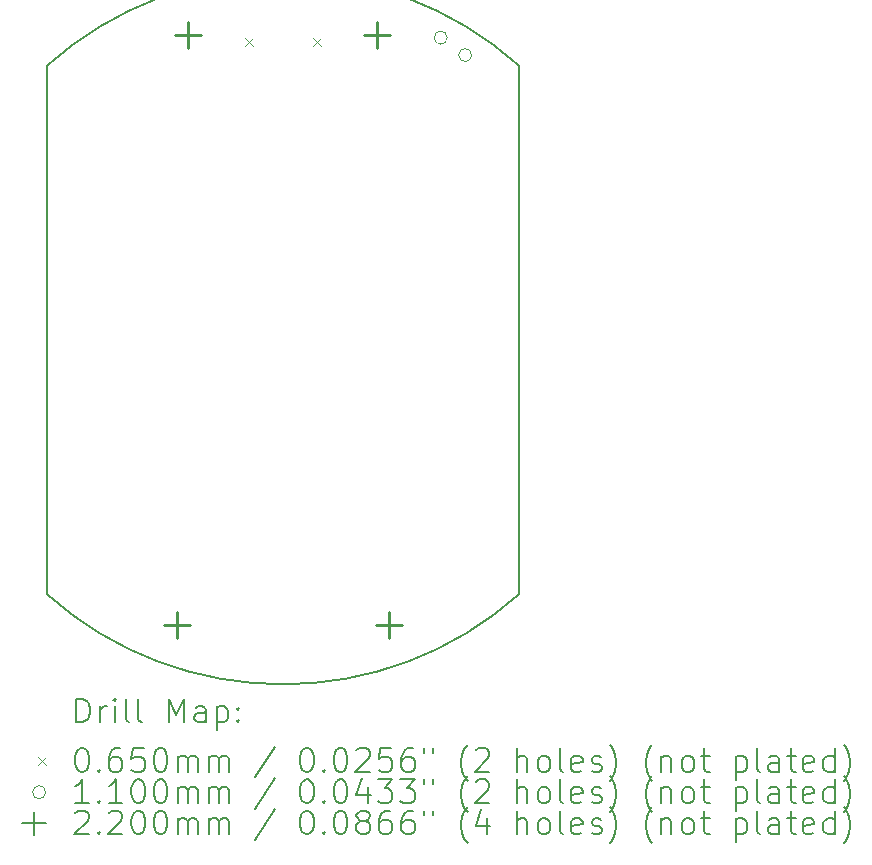
<source format=gbr>
%TF.GenerationSoftware,KiCad,Pcbnew,7.0.6*%
%TF.CreationDate,2024-01-07T21:21:12+01:00*%
%TF.ProjectId,esp-lamp,6573702d-6c61-46d7-902e-6b696361645f,rev?*%
%TF.SameCoordinates,Original*%
%TF.FileFunction,Drillmap*%
%TF.FilePolarity,Positive*%
%FSLAX45Y45*%
G04 Gerber Fmt 4.5, Leading zero omitted, Abs format (unit mm)*
G04 Created by KiCad (PCBNEW 7.0.6) date 2024-01-07 21:21:12*
%MOMM*%
%LPD*%
G01*
G04 APERTURE LIST*
%ADD10C,0.200000*%
%ADD11C,0.065000*%
%ADD12C,0.110000*%
%ADD13C,0.220000*%
G04 APERTURE END LIST*
D10*
X15400000Y-7763932D02*
G75*
G03*
X11400000Y-7763932I-2000000J-2236068D01*
G01*
X11400000Y-7763932D02*
X11400000Y-12236068D01*
X11400000Y-12236068D02*
G75*
G03*
X15400000Y-12236068I2000000J2236068D01*
G01*
X15400000Y-7763932D02*
X15400000Y-12236068D01*
D11*
X13078500Y-7527500D02*
X13143500Y-7592500D01*
X13143500Y-7527500D02*
X13078500Y-7592500D01*
X13656500Y-7527500D02*
X13721500Y-7592500D01*
X13721500Y-7527500D02*
X13656500Y-7592500D01*
D12*
X14790253Y-7525321D02*
G75*
G03*
X14790253Y-7525321I-55000J0D01*
G01*
X14997039Y-7672820D02*
G75*
G03*
X14997039Y-7672820I-55000J0D01*
G01*
D13*
X12500000Y-12390000D02*
X12500000Y-12610000D01*
X12390000Y-12500000D02*
X12610000Y-12500000D01*
X12600000Y-7390000D02*
X12600000Y-7610000D01*
X12490000Y-7500000D02*
X12710000Y-7500000D01*
X14200000Y-7390000D02*
X14200000Y-7610000D01*
X14090000Y-7500000D02*
X14310000Y-7500000D01*
X14300000Y-12390000D02*
X14300000Y-12610000D01*
X14190000Y-12500000D02*
X14410000Y-12500000D01*
D10*
X11650777Y-13321484D02*
X11650777Y-13121484D01*
X11650777Y-13121484D02*
X11698396Y-13121484D01*
X11698396Y-13121484D02*
X11726967Y-13131008D01*
X11726967Y-13131008D02*
X11746015Y-13150055D01*
X11746015Y-13150055D02*
X11755539Y-13169103D01*
X11755539Y-13169103D02*
X11765062Y-13207198D01*
X11765062Y-13207198D02*
X11765062Y-13235769D01*
X11765062Y-13235769D02*
X11755539Y-13273865D01*
X11755539Y-13273865D02*
X11746015Y-13292912D01*
X11746015Y-13292912D02*
X11726967Y-13311960D01*
X11726967Y-13311960D02*
X11698396Y-13321484D01*
X11698396Y-13321484D02*
X11650777Y-13321484D01*
X11850777Y-13321484D02*
X11850777Y-13188150D01*
X11850777Y-13226246D02*
X11860301Y-13207198D01*
X11860301Y-13207198D02*
X11869824Y-13197674D01*
X11869824Y-13197674D02*
X11888872Y-13188150D01*
X11888872Y-13188150D02*
X11907920Y-13188150D01*
X11974586Y-13321484D02*
X11974586Y-13188150D01*
X11974586Y-13121484D02*
X11965062Y-13131008D01*
X11965062Y-13131008D02*
X11974586Y-13140531D01*
X11974586Y-13140531D02*
X11984110Y-13131008D01*
X11984110Y-13131008D02*
X11974586Y-13121484D01*
X11974586Y-13121484D02*
X11974586Y-13140531D01*
X12098396Y-13321484D02*
X12079348Y-13311960D01*
X12079348Y-13311960D02*
X12069824Y-13292912D01*
X12069824Y-13292912D02*
X12069824Y-13121484D01*
X12203158Y-13321484D02*
X12184110Y-13311960D01*
X12184110Y-13311960D02*
X12174586Y-13292912D01*
X12174586Y-13292912D02*
X12174586Y-13121484D01*
X12431729Y-13321484D02*
X12431729Y-13121484D01*
X12431729Y-13121484D02*
X12498396Y-13264341D01*
X12498396Y-13264341D02*
X12565062Y-13121484D01*
X12565062Y-13121484D02*
X12565062Y-13321484D01*
X12746015Y-13321484D02*
X12746015Y-13216722D01*
X12746015Y-13216722D02*
X12736491Y-13197674D01*
X12736491Y-13197674D02*
X12717443Y-13188150D01*
X12717443Y-13188150D02*
X12679348Y-13188150D01*
X12679348Y-13188150D02*
X12660301Y-13197674D01*
X12746015Y-13311960D02*
X12726967Y-13321484D01*
X12726967Y-13321484D02*
X12679348Y-13321484D01*
X12679348Y-13321484D02*
X12660301Y-13311960D01*
X12660301Y-13311960D02*
X12650777Y-13292912D01*
X12650777Y-13292912D02*
X12650777Y-13273865D01*
X12650777Y-13273865D02*
X12660301Y-13254817D01*
X12660301Y-13254817D02*
X12679348Y-13245293D01*
X12679348Y-13245293D02*
X12726967Y-13245293D01*
X12726967Y-13245293D02*
X12746015Y-13235769D01*
X12841253Y-13188150D02*
X12841253Y-13388150D01*
X12841253Y-13197674D02*
X12860301Y-13188150D01*
X12860301Y-13188150D02*
X12898396Y-13188150D01*
X12898396Y-13188150D02*
X12917443Y-13197674D01*
X12917443Y-13197674D02*
X12926967Y-13207198D01*
X12926967Y-13207198D02*
X12936491Y-13226246D01*
X12936491Y-13226246D02*
X12936491Y-13283388D01*
X12936491Y-13283388D02*
X12926967Y-13302436D01*
X12926967Y-13302436D02*
X12917443Y-13311960D01*
X12917443Y-13311960D02*
X12898396Y-13321484D01*
X12898396Y-13321484D02*
X12860301Y-13321484D01*
X12860301Y-13321484D02*
X12841253Y-13311960D01*
X13022205Y-13302436D02*
X13031729Y-13311960D01*
X13031729Y-13311960D02*
X13022205Y-13321484D01*
X13022205Y-13321484D02*
X13012682Y-13311960D01*
X13012682Y-13311960D02*
X13022205Y-13302436D01*
X13022205Y-13302436D02*
X13022205Y-13321484D01*
X13022205Y-13197674D02*
X13031729Y-13207198D01*
X13031729Y-13207198D02*
X13022205Y-13216722D01*
X13022205Y-13216722D02*
X13012682Y-13207198D01*
X13012682Y-13207198D02*
X13022205Y-13197674D01*
X13022205Y-13197674D02*
X13022205Y-13216722D01*
D11*
X11325000Y-13617500D02*
X11390000Y-13682500D01*
X11390000Y-13617500D02*
X11325000Y-13682500D01*
D10*
X11688872Y-13541484D02*
X11707920Y-13541484D01*
X11707920Y-13541484D02*
X11726967Y-13551008D01*
X11726967Y-13551008D02*
X11736491Y-13560531D01*
X11736491Y-13560531D02*
X11746015Y-13579579D01*
X11746015Y-13579579D02*
X11755539Y-13617674D01*
X11755539Y-13617674D02*
X11755539Y-13665293D01*
X11755539Y-13665293D02*
X11746015Y-13703388D01*
X11746015Y-13703388D02*
X11736491Y-13722436D01*
X11736491Y-13722436D02*
X11726967Y-13731960D01*
X11726967Y-13731960D02*
X11707920Y-13741484D01*
X11707920Y-13741484D02*
X11688872Y-13741484D01*
X11688872Y-13741484D02*
X11669824Y-13731960D01*
X11669824Y-13731960D02*
X11660301Y-13722436D01*
X11660301Y-13722436D02*
X11650777Y-13703388D01*
X11650777Y-13703388D02*
X11641253Y-13665293D01*
X11641253Y-13665293D02*
X11641253Y-13617674D01*
X11641253Y-13617674D02*
X11650777Y-13579579D01*
X11650777Y-13579579D02*
X11660301Y-13560531D01*
X11660301Y-13560531D02*
X11669824Y-13551008D01*
X11669824Y-13551008D02*
X11688872Y-13541484D01*
X11841253Y-13722436D02*
X11850777Y-13731960D01*
X11850777Y-13731960D02*
X11841253Y-13741484D01*
X11841253Y-13741484D02*
X11831729Y-13731960D01*
X11831729Y-13731960D02*
X11841253Y-13722436D01*
X11841253Y-13722436D02*
X11841253Y-13741484D01*
X12022205Y-13541484D02*
X11984110Y-13541484D01*
X11984110Y-13541484D02*
X11965062Y-13551008D01*
X11965062Y-13551008D02*
X11955539Y-13560531D01*
X11955539Y-13560531D02*
X11936491Y-13589103D01*
X11936491Y-13589103D02*
X11926967Y-13627198D01*
X11926967Y-13627198D02*
X11926967Y-13703388D01*
X11926967Y-13703388D02*
X11936491Y-13722436D01*
X11936491Y-13722436D02*
X11946015Y-13731960D01*
X11946015Y-13731960D02*
X11965062Y-13741484D01*
X11965062Y-13741484D02*
X12003158Y-13741484D01*
X12003158Y-13741484D02*
X12022205Y-13731960D01*
X12022205Y-13731960D02*
X12031729Y-13722436D01*
X12031729Y-13722436D02*
X12041253Y-13703388D01*
X12041253Y-13703388D02*
X12041253Y-13655769D01*
X12041253Y-13655769D02*
X12031729Y-13636722D01*
X12031729Y-13636722D02*
X12022205Y-13627198D01*
X12022205Y-13627198D02*
X12003158Y-13617674D01*
X12003158Y-13617674D02*
X11965062Y-13617674D01*
X11965062Y-13617674D02*
X11946015Y-13627198D01*
X11946015Y-13627198D02*
X11936491Y-13636722D01*
X11936491Y-13636722D02*
X11926967Y-13655769D01*
X12222205Y-13541484D02*
X12126967Y-13541484D01*
X12126967Y-13541484D02*
X12117443Y-13636722D01*
X12117443Y-13636722D02*
X12126967Y-13627198D01*
X12126967Y-13627198D02*
X12146015Y-13617674D01*
X12146015Y-13617674D02*
X12193634Y-13617674D01*
X12193634Y-13617674D02*
X12212682Y-13627198D01*
X12212682Y-13627198D02*
X12222205Y-13636722D01*
X12222205Y-13636722D02*
X12231729Y-13655769D01*
X12231729Y-13655769D02*
X12231729Y-13703388D01*
X12231729Y-13703388D02*
X12222205Y-13722436D01*
X12222205Y-13722436D02*
X12212682Y-13731960D01*
X12212682Y-13731960D02*
X12193634Y-13741484D01*
X12193634Y-13741484D02*
X12146015Y-13741484D01*
X12146015Y-13741484D02*
X12126967Y-13731960D01*
X12126967Y-13731960D02*
X12117443Y-13722436D01*
X12355539Y-13541484D02*
X12374586Y-13541484D01*
X12374586Y-13541484D02*
X12393634Y-13551008D01*
X12393634Y-13551008D02*
X12403158Y-13560531D01*
X12403158Y-13560531D02*
X12412682Y-13579579D01*
X12412682Y-13579579D02*
X12422205Y-13617674D01*
X12422205Y-13617674D02*
X12422205Y-13665293D01*
X12422205Y-13665293D02*
X12412682Y-13703388D01*
X12412682Y-13703388D02*
X12403158Y-13722436D01*
X12403158Y-13722436D02*
X12393634Y-13731960D01*
X12393634Y-13731960D02*
X12374586Y-13741484D01*
X12374586Y-13741484D02*
X12355539Y-13741484D01*
X12355539Y-13741484D02*
X12336491Y-13731960D01*
X12336491Y-13731960D02*
X12326967Y-13722436D01*
X12326967Y-13722436D02*
X12317443Y-13703388D01*
X12317443Y-13703388D02*
X12307920Y-13665293D01*
X12307920Y-13665293D02*
X12307920Y-13617674D01*
X12307920Y-13617674D02*
X12317443Y-13579579D01*
X12317443Y-13579579D02*
X12326967Y-13560531D01*
X12326967Y-13560531D02*
X12336491Y-13551008D01*
X12336491Y-13551008D02*
X12355539Y-13541484D01*
X12507920Y-13741484D02*
X12507920Y-13608150D01*
X12507920Y-13627198D02*
X12517443Y-13617674D01*
X12517443Y-13617674D02*
X12536491Y-13608150D01*
X12536491Y-13608150D02*
X12565063Y-13608150D01*
X12565063Y-13608150D02*
X12584110Y-13617674D01*
X12584110Y-13617674D02*
X12593634Y-13636722D01*
X12593634Y-13636722D02*
X12593634Y-13741484D01*
X12593634Y-13636722D02*
X12603158Y-13617674D01*
X12603158Y-13617674D02*
X12622205Y-13608150D01*
X12622205Y-13608150D02*
X12650777Y-13608150D01*
X12650777Y-13608150D02*
X12669824Y-13617674D01*
X12669824Y-13617674D02*
X12679348Y-13636722D01*
X12679348Y-13636722D02*
X12679348Y-13741484D01*
X12774586Y-13741484D02*
X12774586Y-13608150D01*
X12774586Y-13627198D02*
X12784110Y-13617674D01*
X12784110Y-13617674D02*
X12803158Y-13608150D01*
X12803158Y-13608150D02*
X12831729Y-13608150D01*
X12831729Y-13608150D02*
X12850777Y-13617674D01*
X12850777Y-13617674D02*
X12860301Y-13636722D01*
X12860301Y-13636722D02*
X12860301Y-13741484D01*
X12860301Y-13636722D02*
X12869824Y-13617674D01*
X12869824Y-13617674D02*
X12888872Y-13608150D01*
X12888872Y-13608150D02*
X12917443Y-13608150D01*
X12917443Y-13608150D02*
X12936491Y-13617674D01*
X12936491Y-13617674D02*
X12946015Y-13636722D01*
X12946015Y-13636722D02*
X12946015Y-13741484D01*
X13336491Y-13531960D02*
X13165063Y-13789103D01*
X13593634Y-13541484D02*
X13612682Y-13541484D01*
X13612682Y-13541484D02*
X13631729Y-13551008D01*
X13631729Y-13551008D02*
X13641253Y-13560531D01*
X13641253Y-13560531D02*
X13650777Y-13579579D01*
X13650777Y-13579579D02*
X13660301Y-13617674D01*
X13660301Y-13617674D02*
X13660301Y-13665293D01*
X13660301Y-13665293D02*
X13650777Y-13703388D01*
X13650777Y-13703388D02*
X13641253Y-13722436D01*
X13641253Y-13722436D02*
X13631729Y-13731960D01*
X13631729Y-13731960D02*
X13612682Y-13741484D01*
X13612682Y-13741484D02*
X13593634Y-13741484D01*
X13593634Y-13741484D02*
X13574586Y-13731960D01*
X13574586Y-13731960D02*
X13565063Y-13722436D01*
X13565063Y-13722436D02*
X13555539Y-13703388D01*
X13555539Y-13703388D02*
X13546015Y-13665293D01*
X13546015Y-13665293D02*
X13546015Y-13617674D01*
X13546015Y-13617674D02*
X13555539Y-13579579D01*
X13555539Y-13579579D02*
X13565063Y-13560531D01*
X13565063Y-13560531D02*
X13574586Y-13551008D01*
X13574586Y-13551008D02*
X13593634Y-13541484D01*
X13746015Y-13722436D02*
X13755539Y-13731960D01*
X13755539Y-13731960D02*
X13746015Y-13741484D01*
X13746015Y-13741484D02*
X13736491Y-13731960D01*
X13736491Y-13731960D02*
X13746015Y-13722436D01*
X13746015Y-13722436D02*
X13746015Y-13741484D01*
X13879348Y-13541484D02*
X13898396Y-13541484D01*
X13898396Y-13541484D02*
X13917444Y-13551008D01*
X13917444Y-13551008D02*
X13926967Y-13560531D01*
X13926967Y-13560531D02*
X13936491Y-13579579D01*
X13936491Y-13579579D02*
X13946015Y-13617674D01*
X13946015Y-13617674D02*
X13946015Y-13665293D01*
X13946015Y-13665293D02*
X13936491Y-13703388D01*
X13936491Y-13703388D02*
X13926967Y-13722436D01*
X13926967Y-13722436D02*
X13917444Y-13731960D01*
X13917444Y-13731960D02*
X13898396Y-13741484D01*
X13898396Y-13741484D02*
X13879348Y-13741484D01*
X13879348Y-13741484D02*
X13860301Y-13731960D01*
X13860301Y-13731960D02*
X13850777Y-13722436D01*
X13850777Y-13722436D02*
X13841253Y-13703388D01*
X13841253Y-13703388D02*
X13831729Y-13665293D01*
X13831729Y-13665293D02*
X13831729Y-13617674D01*
X13831729Y-13617674D02*
X13841253Y-13579579D01*
X13841253Y-13579579D02*
X13850777Y-13560531D01*
X13850777Y-13560531D02*
X13860301Y-13551008D01*
X13860301Y-13551008D02*
X13879348Y-13541484D01*
X14022206Y-13560531D02*
X14031729Y-13551008D01*
X14031729Y-13551008D02*
X14050777Y-13541484D01*
X14050777Y-13541484D02*
X14098396Y-13541484D01*
X14098396Y-13541484D02*
X14117444Y-13551008D01*
X14117444Y-13551008D02*
X14126967Y-13560531D01*
X14126967Y-13560531D02*
X14136491Y-13579579D01*
X14136491Y-13579579D02*
X14136491Y-13598627D01*
X14136491Y-13598627D02*
X14126967Y-13627198D01*
X14126967Y-13627198D02*
X14012682Y-13741484D01*
X14012682Y-13741484D02*
X14136491Y-13741484D01*
X14317444Y-13541484D02*
X14222206Y-13541484D01*
X14222206Y-13541484D02*
X14212682Y-13636722D01*
X14212682Y-13636722D02*
X14222206Y-13627198D01*
X14222206Y-13627198D02*
X14241253Y-13617674D01*
X14241253Y-13617674D02*
X14288872Y-13617674D01*
X14288872Y-13617674D02*
X14307920Y-13627198D01*
X14307920Y-13627198D02*
X14317444Y-13636722D01*
X14317444Y-13636722D02*
X14326967Y-13655769D01*
X14326967Y-13655769D02*
X14326967Y-13703388D01*
X14326967Y-13703388D02*
X14317444Y-13722436D01*
X14317444Y-13722436D02*
X14307920Y-13731960D01*
X14307920Y-13731960D02*
X14288872Y-13741484D01*
X14288872Y-13741484D02*
X14241253Y-13741484D01*
X14241253Y-13741484D02*
X14222206Y-13731960D01*
X14222206Y-13731960D02*
X14212682Y-13722436D01*
X14498396Y-13541484D02*
X14460301Y-13541484D01*
X14460301Y-13541484D02*
X14441253Y-13551008D01*
X14441253Y-13551008D02*
X14431729Y-13560531D01*
X14431729Y-13560531D02*
X14412682Y-13589103D01*
X14412682Y-13589103D02*
X14403158Y-13627198D01*
X14403158Y-13627198D02*
X14403158Y-13703388D01*
X14403158Y-13703388D02*
X14412682Y-13722436D01*
X14412682Y-13722436D02*
X14422206Y-13731960D01*
X14422206Y-13731960D02*
X14441253Y-13741484D01*
X14441253Y-13741484D02*
X14479348Y-13741484D01*
X14479348Y-13741484D02*
X14498396Y-13731960D01*
X14498396Y-13731960D02*
X14507920Y-13722436D01*
X14507920Y-13722436D02*
X14517444Y-13703388D01*
X14517444Y-13703388D02*
X14517444Y-13655769D01*
X14517444Y-13655769D02*
X14507920Y-13636722D01*
X14507920Y-13636722D02*
X14498396Y-13627198D01*
X14498396Y-13627198D02*
X14479348Y-13617674D01*
X14479348Y-13617674D02*
X14441253Y-13617674D01*
X14441253Y-13617674D02*
X14422206Y-13627198D01*
X14422206Y-13627198D02*
X14412682Y-13636722D01*
X14412682Y-13636722D02*
X14403158Y-13655769D01*
X14593634Y-13541484D02*
X14593634Y-13579579D01*
X14669825Y-13541484D02*
X14669825Y-13579579D01*
X14965063Y-13817674D02*
X14955539Y-13808150D01*
X14955539Y-13808150D02*
X14936491Y-13779579D01*
X14936491Y-13779579D02*
X14926968Y-13760531D01*
X14926968Y-13760531D02*
X14917444Y-13731960D01*
X14917444Y-13731960D02*
X14907920Y-13684341D01*
X14907920Y-13684341D02*
X14907920Y-13646246D01*
X14907920Y-13646246D02*
X14917444Y-13598627D01*
X14917444Y-13598627D02*
X14926968Y-13570055D01*
X14926968Y-13570055D02*
X14936491Y-13551008D01*
X14936491Y-13551008D02*
X14955539Y-13522436D01*
X14955539Y-13522436D02*
X14965063Y-13512912D01*
X15031729Y-13560531D02*
X15041253Y-13551008D01*
X15041253Y-13551008D02*
X15060301Y-13541484D01*
X15060301Y-13541484D02*
X15107920Y-13541484D01*
X15107920Y-13541484D02*
X15126968Y-13551008D01*
X15126968Y-13551008D02*
X15136491Y-13560531D01*
X15136491Y-13560531D02*
X15146015Y-13579579D01*
X15146015Y-13579579D02*
X15146015Y-13598627D01*
X15146015Y-13598627D02*
X15136491Y-13627198D01*
X15136491Y-13627198D02*
X15022206Y-13741484D01*
X15022206Y-13741484D02*
X15146015Y-13741484D01*
X15384110Y-13741484D02*
X15384110Y-13541484D01*
X15469825Y-13741484D02*
X15469825Y-13636722D01*
X15469825Y-13636722D02*
X15460301Y-13617674D01*
X15460301Y-13617674D02*
X15441253Y-13608150D01*
X15441253Y-13608150D02*
X15412682Y-13608150D01*
X15412682Y-13608150D02*
X15393634Y-13617674D01*
X15393634Y-13617674D02*
X15384110Y-13627198D01*
X15593634Y-13741484D02*
X15574587Y-13731960D01*
X15574587Y-13731960D02*
X15565063Y-13722436D01*
X15565063Y-13722436D02*
X15555539Y-13703388D01*
X15555539Y-13703388D02*
X15555539Y-13646246D01*
X15555539Y-13646246D02*
X15565063Y-13627198D01*
X15565063Y-13627198D02*
X15574587Y-13617674D01*
X15574587Y-13617674D02*
X15593634Y-13608150D01*
X15593634Y-13608150D02*
X15622206Y-13608150D01*
X15622206Y-13608150D02*
X15641253Y-13617674D01*
X15641253Y-13617674D02*
X15650777Y-13627198D01*
X15650777Y-13627198D02*
X15660301Y-13646246D01*
X15660301Y-13646246D02*
X15660301Y-13703388D01*
X15660301Y-13703388D02*
X15650777Y-13722436D01*
X15650777Y-13722436D02*
X15641253Y-13731960D01*
X15641253Y-13731960D02*
X15622206Y-13741484D01*
X15622206Y-13741484D02*
X15593634Y-13741484D01*
X15774587Y-13741484D02*
X15755539Y-13731960D01*
X15755539Y-13731960D02*
X15746015Y-13712912D01*
X15746015Y-13712912D02*
X15746015Y-13541484D01*
X15926968Y-13731960D02*
X15907920Y-13741484D01*
X15907920Y-13741484D02*
X15869825Y-13741484D01*
X15869825Y-13741484D02*
X15850777Y-13731960D01*
X15850777Y-13731960D02*
X15841253Y-13712912D01*
X15841253Y-13712912D02*
X15841253Y-13636722D01*
X15841253Y-13636722D02*
X15850777Y-13617674D01*
X15850777Y-13617674D02*
X15869825Y-13608150D01*
X15869825Y-13608150D02*
X15907920Y-13608150D01*
X15907920Y-13608150D02*
X15926968Y-13617674D01*
X15926968Y-13617674D02*
X15936491Y-13636722D01*
X15936491Y-13636722D02*
X15936491Y-13655769D01*
X15936491Y-13655769D02*
X15841253Y-13674817D01*
X16012682Y-13731960D02*
X16031730Y-13741484D01*
X16031730Y-13741484D02*
X16069825Y-13741484D01*
X16069825Y-13741484D02*
X16088872Y-13731960D01*
X16088872Y-13731960D02*
X16098396Y-13712912D01*
X16098396Y-13712912D02*
X16098396Y-13703388D01*
X16098396Y-13703388D02*
X16088872Y-13684341D01*
X16088872Y-13684341D02*
X16069825Y-13674817D01*
X16069825Y-13674817D02*
X16041253Y-13674817D01*
X16041253Y-13674817D02*
X16022206Y-13665293D01*
X16022206Y-13665293D02*
X16012682Y-13646246D01*
X16012682Y-13646246D02*
X16012682Y-13636722D01*
X16012682Y-13636722D02*
X16022206Y-13617674D01*
X16022206Y-13617674D02*
X16041253Y-13608150D01*
X16041253Y-13608150D02*
X16069825Y-13608150D01*
X16069825Y-13608150D02*
X16088872Y-13617674D01*
X16165063Y-13817674D02*
X16174587Y-13808150D01*
X16174587Y-13808150D02*
X16193634Y-13779579D01*
X16193634Y-13779579D02*
X16203158Y-13760531D01*
X16203158Y-13760531D02*
X16212682Y-13731960D01*
X16212682Y-13731960D02*
X16222206Y-13684341D01*
X16222206Y-13684341D02*
X16222206Y-13646246D01*
X16222206Y-13646246D02*
X16212682Y-13598627D01*
X16212682Y-13598627D02*
X16203158Y-13570055D01*
X16203158Y-13570055D02*
X16193634Y-13551008D01*
X16193634Y-13551008D02*
X16174587Y-13522436D01*
X16174587Y-13522436D02*
X16165063Y-13512912D01*
X16526968Y-13817674D02*
X16517444Y-13808150D01*
X16517444Y-13808150D02*
X16498396Y-13779579D01*
X16498396Y-13779579D02*
X16488872Y-13760531D01*
X16488872Y-13760531D02*
X16479349Y-13731960D01*
X16479349Y-13731960D02*
X16469825Y-13684341D01*
X16469825Y-13684341D02*
X16469825Y-13646246D01*
X16469825Y-13646246D02*
X16479349Y-13598627D01*
X16479349Y-13598627D02*
X16488872Y-13570055D01*
X16488872Y-13570055D02*
X16498396Y-13551008D01*
X16498396Y-13551008D02*
X16517444Y-13522436D01*
X16517444Y-13522436D02*
X16526968Y-13512912D01*
X16603158Y-13608150D02*
X16603158Y-13741484D01*
X16603158Y-13627198D02*
X16612682Y-13617674D01*
X16612682Y-13617674D02*
X16631730Y-13608150D01*
X16631730Y-13608150D02*
X16660301Y-13608150D01*
X16660301Y-13608150D02*
X16679349Y-13617674D01*
X16679349Y-13617674D02*
X16688872Y-13636722D01*
X16688872Y-13636722D02*
X16688872Y-13741484D01*
X16812682Y-13741484D02*
X16793634Y-13731960D01*
X16793634Y-13731960D02*
X16784111Y-13722436D01*
X16784111Y-13722436D02*
X16774587Y-13703388D01*
X16774587Y-13703388D02*
X16774587Y-13646246D01*
X16774587Y-13646246D02*
X16784111Y-13627198D01*
X16784111Y-13627198D02*
X16793634Y-13617674D01*
X16793634Y-13617674D02*
X16812682Y-13608150D01*
X16812682Y-13608150D02*
X16841254Y-13608150D01*
X16841254Y-13608150D02*
X16860301Y-13617674D01*
X16860301Y-13617674D02*
X16869825Y-13627198D01*
X16869825Y-13627198D02*
X16879349Y-13646246D01*
X16879349Y-13646246D02*
X16879349Y-13703388D01*
X16879349Y-13703388D02*
X16869825Y-13722436D01*
X16869825Y-13722436D02*
X16860301Y-13731960D01*
X16860301Y-13731960D02*
X16841254Y-13741484D01*
X16841254Y-13741484D02*
X16812682Y-13741484D01*
X16936492Y-13608150D02*
X17012682Y-13608150D01*
X16965063Y-13541484D02*
X16965063Y-13712912D01*
X16965063Y-13712912D02*
X16974587Y-13731960D01*
X16974587Y-13731960D02*
X16993634Y-13741484D01*
X16993634Y-13741484D02*
X17012682Y-13741484D01*
X17231730Y-13608150D02*
X17231730Y-13808150D01*
X17231730Y-13617674D02*
X17250777Y-13608150D01*
X17250777Y-13608150D02*
X17288873Y-13608150D01*
X17288873Y-13608150D02*
X17307920Y-13617674D01*
X17307920Y-13617674D02*
X17317444Y-13627198D01*
X17317444Y-13627198D02*
X17326968Y-13646246D01*
X17326968Y-13646246D02*
X17326968Y-13703388D01*
X17326968Y-13703388D02*
X17317444Y-13722436D01*
X17317444Y-13722436D02*
X17307920Y-13731960D01*
X17307920Y-13731960D02*
X17288873Y-13741484D01*
X17288873Y-13741484D02*
X17250777Y-13741484D01*
X17250777Y-13741484D02*
X17231730Y-13731960D01*
X17441254Y-13741484D02*
X17422206Y-13731960D01*
X17422206Y-13731960D02*
X17412682Y-13712912D01*
X17412682Y-13712912D02*
X17412682Y-13541484D01*
X17603158Y-13741484D02*
X17603158Y-13636722D01*
X17603158Y-13636722D02*
X17593635Y-13617674D01*
X17593635Y-13617674D02*
X17574587Y-13608150D01*
X17574587Y-13608150D02*
X17536492Y-13608150D01*
X17536492Y-13608150D02*
X17517444Y-13617674D01*
X17603158Y-13731960D02*
X17584111Y-13741484D01*
X17584111Y-13741484D02*
X17536492Y-13741484D01*
X17536492Y-13741484D02*
X17517444Y-13731960D01*
X17517444Y-13731960D02*
X17507920Y-13712912D01*
X17507920Y-13712912D02*
X17507920Y-13693865D01*
X17507920Y-13693865D02*
X17517444Y-13674817D01*
X17517444Y-13674817D02*
X17536492Y-13665293D01*
X17536492Y-13665293D02*
X17584111Y-13665293D01*
X17584111Y-13665293D02*
X17603158Y-13655769D01*
X17669825Y-13608150D02*
X17746015Y-13608150D01*
X17698396Y-13541484D02*
X17698396Y-13712912D01*
X17698396Y-13712912D02*
X17707920Y-13731960D01*
X17707920Y-13731960D02*
X17726968Y-13741484D01*
X17726968Y-13741484D02*
X17746015Y-13741484D01*
X17888873Y-13731960D02*
X17869825Y-13741484D01*
X17869825Y-13741484D02*
X17831730Y-13741484D01*
X17831730Y-13741484D02*
X17812682Y-13731960D01*
X17812682Y-13731960D02*
X17803158Y-13712912D01*
X17803158Y-13712912D02*
X17803158Y-13636722D01*
X17803158Y-13636722D02*
X17812682Y-13617674D01*
X17812682Y-13617674D02*
X17831730Y-13608150D01*
X17831730Y-13608150D02*
X17869825Y-13608150D01*
X17869825Y-13608150D02*
X17888873Y-13617674D01*
X17888873Y-13617674D02*
X17898396Y-13636722D01*
X17898396Y-13636722D02*
X17898396Y-13655769D01*
X17898396Y-13655769D02*
X17803158Y-13674817D01*
X18069825Y-13741484D02*
X18069825Y-13541484D01*
X18069825Y-13731960D02*
X18050777Y-13741484D01*
X18050777Y-13741484D02*
X18012682Y-13741484D01*
X18012682Y-13741484D02*
X17993635Y-13731960D01*
X17993635Y-13731960D02*
X17984111Y-13722436D01*
X17984111Y-13722436D02*
X17974587Y-13703388D01*
X17974587Y-13703388D02*
X17974587Y-13646246D01*
X17974587Y-13646246D02*
X17984111Y-13627198D01*
X17984111Y-13627198D02*
X17993635Y-13617674D01*
X17993635Y-13617674D02*
X18012682Y-13608150D01*
X18012682Y-13608150D02*
X18050777Y-13608150D01*
X18050777Y-13608150D02*
X18069825Y-13617674D01*
X18146016Y-13817674D02*
X18155539Y-13808150D01*
X18155539Y-13808150D02*
X18174587Y-13779579D01*
X18174587Y-13779579D02*
X18184111Y-13760531D01*
X18184111Y-13760531D02*
X18193635Y-13731960D01*
X18193635Y-13731960D02*
X18203158Y-13684341D01*
X18203158Y-13684341D02*
X18203158Y-13646246D01*
X18203158Y-13646246D02*
X18193635Y-13598627D01*
X18193635Y-13598627D02*
X18184111Y-13570055D01*
X18184111Y-13570055D02*
X18174587Y-13551008D01*
X18174587Y-13551008D02*
X18155539Y-13522436D01*
X18155539Y-13522436D02*
X18146016Y-13512912D01*
D12*
X11390000Y-13914000D02*
G75*
G03*
X11390000Y-13914000I-55000J0D01*
G01*
D10*
X11755539Y-14005484D02*
X11641253Y-14005484D01*
X11698396Y-14005484D02*
X11698396Y-13805484D01*
X11698396Y-13805484D02*
X11679348Y-13834055D01*
X11679348Y-13834055D02*
X11660301Y-13853103D01*
X11660301Y-13853103D02*
X11641253Y-13862627D01*
X11841253Y-13986436D02*
X11850777Y-13995960D01*
X11850777Y-13995960D02*
X11841253Y-14005484D01*
X11841253Y-14005484D02*
X11831729Y-13995960D01*
X11831729Y-13995960D02*
X11841253Y-13986436D01*
X11841253Y-13986436D02*
X11841253Y-14005484D01*
X12041253Y-14005484D02*
X11926967Y-14005484D01*
X11984110Y-14005484D02*
X11984110Y-13805484D01*
X11984110Y-13805484D02*
X11965062Y-13834055D01*
X11965062Y-13834055D02*
X11946015Y-13853103D01*
X11946015Y-13853103D02*
X11926967Y-13862627D01*
X12165062Y-13805484D02*
X12184110Y-13805484D01*
X12184110Y-13805484D02*
X12203158Y-13815008D01*
X12203158Y-13815008D02*
X12212682Y-13824531D01*
X12212682Y-13824531D02*
X12222205Y-13843579D01*
X12222205Y-13843579D02*
X12231729Y-13881674D01*
X12231729Y-13881674D02*
X12231729Y-13929293D01*
X12231729Y-13929293D02*
X12222205Y-13967388D01*
X12222205Y-13967388D02*
X12212682Y-13986436D01*
X12212682Y-13986436D02*
X12203158Y-13995960D01*
X12203158Y-13995960D02*
X12184110Y-14005484D01*
X12184110Y-14005484D02*
X12165062Y-14005484D01*
X12165062Y-14005484D02*
X12146015Y-13995960D01*
X12146015Y-13995960D02*
X12136491Y-13986436D01*
X12136491Y-13986436D02*
X12126967Y-13967388D01*
X12126967Y-13967388D02*
X12117443Y-13929293D01*
X12117443Y-13929293D02*
X12117443Y-13881674D01*
X12117443Y-13881674D02*
X12126967Y-13843579D01*
X12126967Y-13843579D02*
X12136491Y-13824531D01*
X12136491Y-13824531D02*
X12146015Y-13815008D01*
X12146015Y-13815008D02*
X12165062Y-13805484D01*
X12355539Y-13805484D02*
X12374586Y-13805484D01*
X12374586Y-13805484D02*
X12393634Y-13815008D01*
X12393634Y-13815008D02*
X12403158Y-13824531D01*
X12403158Y-13824531D02*
X12412682Y-13843579D01*
X12412682Y-13843579D02*
X12422205Y-13881674D01*
X12422205Y-13881674D02*
X12422205Y-13929293D01*
X12422205Y-13929293D02*
X12412682Y-13967388D01*
X12412682Y-13967388D02*
X12403158Y-13986436D01*
X12403158Y-13986436D02*
X12393634Y-13995960D01*
X12393634Y-13995960D02*
X12374586Y-14005484D01*
X12374586Y-14005484D02*
X12355539Y-14005484D01*
X12355539Y-14005484D02*
X12336491Y-13995960D01*
X12336491Y-13995960D02*
X12326967Y-13986436D01*
X12326967Y-13986436D02*
X12317443Y-13967388D01*
X12317443Y-13967388D02*
X12307920Y-13929293D01*
X12307920Y-13929293D02*
X12307920Y-13881674D01*
X12307920Y-13881674D02*
X12317443Y-13843579D01*
X12317443Y-13843579D02*
X12326967Y-13824531D01*
X12326967Y-13824531D02*
X12336491Y-13815008D01*
X12336491Y-13815008D02*
X12355539Y-13805484D01*
X12507920Y-14005484D02*
X12507920Y-13872150D01*
X12507920Y-13891198D02*
X12517443Y-13881674D01*
X12517443Y-13881674D02*
X12536491Y-13872150D01*
X12536491Y-13872150D02*
X12565063Y-13872150D01*
X12565063Y-13872150D02*
X12584110Y-13881674D01*
X12584110Y-13881674D02*
X12593634Y-13900722D01*
X12593634Y-13900722D02*
X12593634Y-14005484D01*
X12593634Y-13900722D02*
X12603158Y-13881674D01*
X12603158Y-13881674D02*
X12622205Y-13872150D01*
X12622205Y-13872150D02*
X12650777Y-13872150D01*
X12650777Y-13872150D02*
X12669824Y-13881674D01*
X12669824Y-13881674D02*
X12679348Y-13900722D01*
X12679348Y-13900722D02*
X12679348Y-14005484D01*
X12774586Y-14005484D02*
X12774586Y-13872150D01*
X12774586Y-13891198D02*
X12784110Y-13881674D01*
X12784110Y-13881674D02*
X12803158Y-13872150D01*
X12803158Y-13872150D02*
X12831729Y-13872150D01*
X12831729Y-13872150D02*
X12850777Y-13881674D01*
X12850777Y-13881674D02*
X12860301Y-13900722D01*
X12860301Y-13900722D02*
X12860301Y-14005484D01*
X12860301Y-13900722D02*
X12869824Y-13881674D01*
X12869824Y-13881674D02*
X12888872Y-13872150D01*
X12888872Y-13872150D02*
X12917443Y-13872150D01*
X12917443Y-13872150D02*
X12936491Y-13881674D01*
X12936491Y-13881674D02*
X12946015Y-13900722D01*
X12946015Y-13900722D02*
X12946015Y-14005484D01*
X13336491Y-13795960D02*
X13165063Y-14053103D01*
X13593634Y-13805484D02*
X13612682Y-13805484D01*
X13612682Y-13805484D02*
X13631729Y-13815008D01*
X13631729Y-13815008D02*
X13641253Y-13824531D01*
X13641253Y-13824531D02*
X13650777Y-13843579D01*
X13650777Y-13843579D02*
X13660301Y-13881674D01*
X13660301Y-13881674D02*
X13660301Y-13929293D01*
X13660301Y-13929293D02*
X13650777Y-13967388D01*
X13650777Y-13967388D02*
X13641253Y-13986436D01*
X13641253Y-13986436D02*
X13631729Y-13995960D01*
X13631729Y-13995960D02*
X13612682Y-14005484D01*
X13612682Y-14005484D02*
X13593634Y-14005484D01*
X13593634Y-14005484D02*
X13574586Y-13995960D01*
X13574586Y-13995960D02*
X13565063Y-13986436D01*
X13565063Y-13986436D02*
X13555539Y-13967388D01*
X13555539Y-13967388D02*
X13546015Y-13929293D01*
X13546015Y-13929293D02*
X13546015Y-13881674D01*
X13546015Y-13881674D02*
X13555539Y-13843579D01*
X13555539Y-13843579D02*
X13565063Y-13824531D01*
X13565063Y-13824531D02*
X13574586Y-13815008D01*
X13574586Y-13815008D02*
X13593634Y-13805484D01*
X13746015Y-13986436D02*
X13755539Y-13995960D01*
X13755539Y-13995960D02*
X13746015Y-14005484D01*
X13746015Y-14005484D02*
X13736491Y-13995960D01*
X13736491Y-13995960D02*
X13746015Y-13986436D01*
X13746015Y-13986436D02*
X13746015Y-14005484D01*
X13879348Y-13805484D02*
X13898396Y-13805484D01*
X13898396Y-13805484D02*
X13917444Y-13815008D01*
X13917444Y-13815008D02*
X13926967Y-13824531D01*
X13926967Y-13824531D02*
X13936491Y-13843579D01*
X13936491Y-13843579D02*
X13946015Y-13881674D01*
X13946015Y-13881674D02*
X13946015Y-13929293D01*
X13946015Y-13929293D02*
X13936491Y-13967388D01*
X13936491Y-13967388D02*
X13926967Y-13986436D01*
X13926967Y-13986436D02*
X13917444Y-13995960D01*
X13917444Y-13995960D02*
X13898396Y-14005484D01*
X13898396Y-14005484D02*
X13879348Y-14005484D01*
X13879348Y-14005484D02*
X13860301Y-13995960D01*
X13860301Y-13995960D02*
X13850777Y-13986436D01*
X13850777Y-13986436D02*
X13841253Y-13967388D01*
X13841253Y-13967388D02*
X13831729Y-13929293D01*
X13831729Y-13929293D02*
X13831729Y-13881674D01*
X13831729Y-13881674D02*
X13841253Y-13843579D01*
X13841253Y-13843579D02*
X13850777Y-13824531D01*
X13850777Y-13824531D02*
X13860301Y-13815008D01*
X13860301Y-13815008D02*
X13879348Y-13805484D01*
X14117444Y-13872150D02*
X14117444Y-14005484D01*
X14069825Y-13795960D02*
X14022206Y-13938817D01*
X14022206Y-13938817D02*
X14146015Y-13938817D01*
X14203158Y-13805484D02*
X14326967Y-13805484D01*
X14326967Y-13805484D02*
X14260301Y-13881674D01*
X14260301Y-13881674D02*
X14288872Y-13881674D01*
X14288872Y-13881674D02*
X14307920Y-13891198D01*
X14307920Y-13891198D02*
X14317444Y-13900722D01*
X14317444Y-13900722D02*
X14326967Y-13919769D01*
X14326967Y-13919769D02*
X14326967Y-13967388D01*
X14326967Y-13967388D02*
X14317444Y-13986436D01*
X14317444Y-13986436D02*
X14307920Y-13995960D01*
X14307920Y-13995960D02*
X14288872Y-14005484D01*
X14288872Y-14005484D02*
X14231729Y-14005484D01*
X14231729Y-14005484D02*
X14212682Y-13995960D01*
X14212682Y-13995960D02*
X14203158Y-13986436D01*
X14393634Y-13805484D02*
X14517444Y-13805484D01*
X14517444Y-13805484D02*
X14450777Y-13881674D01*
X14450777Y-13881674D02*
X14479348Y-13881674D01*
X14479348Y-13881674D02*
X14498396Y-13891198D01*
X14498396Y-13891198D02*
X14507920Y-13900722D01*
X14507920Y-13900722D02*
X14517444Y-13919769D01*
X14517444Y-13919769D02*
X14517444Y-13967388D01*
X14517444Y-13967388D02*
X14507920Y-13986436D01*
X14507920Y-13986436D02*
X14498396Y-13995960D01*
X14498396Y-13995960D02*
X14479348Y-14005484D01*
X14479348Y-14005484D02*
X14422206Y-14005484D01*
X14422206Y-14005484D02*
X14403158Y-13995960D01*
X14403158Y-13995960D02*
X14393634Y-13986436D01*
X14593634Y-13805484D02*
X14593634Y-13843579D01*
X14669825Y-13805484D02*
X14669825Y-13843579D01*
X14965063Y-14081674D02*
X14955539Y-14072150D01*
X14955539Y-14072150D02*
X14936491Y-14043579D01*
X14936491Y-14043579D02*
X14926968Y-14024531D01*
X14926968Y-14024531D02*
X14917444Y-13995960D01*
X14917444Y-13995960D02*
X14907920Y-13948341D01*
X14907920Y-13948341D02*
X14907920Y-13910246D01*
X14907920Y-13910246D02*
X14917444Y-13862627D01*
X14917444Y-13862627D02*
X14926968Y-13834055D01*
X14926968Y-13834055D02*
X14936491Y-13815008D01*
X14936491Y-13815008D02*
X14955539Y-13786436D01*
X14955539Y-13786436D02*
X14965063Y-13776912D01*
X15031729Y-13824531D02*
X15041253Y-13815008D01*
X15041253Y-13815008D02*
X15060301Y-13805484D01*
X15060301Y-13805484D02*
X15107920Y-13805484D01*
X15107920Y-13805484D02*
X15126968Y-13815008D01*
X15126968Y-13815008D02*
X15136491Y-13824531D01*
X15136491Y-13824531D02*
X15146015Y-13843579D01*
X15146015Y-13843579D02*
X15146015Y-13862627D01*
X15146015Y-13862627D02*
X15136491Y-13891198D01*
X15136491Y-13891198D02*
X15022206Y-14005484D01*
X15022206Y-14005484D02*
X15146015Y-14005484D01*
X15384110Y-14005484D02*
X15384110Y-13805484D01*
X15469825Y-14005484D02*
X15469825Y-13900722D01*
X15469825Y-13900722D02*
X15460301Y-13881674D01*
X15460301Y-13881674D02*
X15441253Y-13872150D01*
X15441253Y-13872150D02*
X15412682Y-13872150D01*
X15412682Y-13872150D02*
X15393634Y-13881674D01*
X15393634Y-13881674D02*
X15384110Y-13891198D01*
X15593634Y-14005484D02*
X15574587Y-13995960D01*
X15574587Y-13995960D02*
X15565063Y-13986436D01*
X15565063Y-13986436D02*
X15555539Y-13967388D01*
X15555539Y-13967388D02*
X15555539Y-13910246D01*
X15555539Y-13910246D02*
X15565063Y-13891198D01*
X15565063Y-13891198D02*
X15574587Y-13881674D01*
X15574587Y-13881674D02*
X15593634Y-13872150D01*
X15593634Y-13872150D02*
X15622206Y-13872150D01*
X15622206Y-13872150D02*
X15641253Y-13881674D01*
X15641253Y-13881674D02*
X15650777Y-13891198D01*
X15650777Y-13891198D02*
X15660301Y-13910246D01*
X15660301Y-13910246D02*
X15660301Y-13967388D01*
X15660301Y-13967388D02*
X15650777Y-13986436D01*
X15650777Y-13986436D02*
X15641253Y-13995960D01*
X15641253Y-13995960D02*
X15622206Y-14005484D01*
X15622206Y-14005484D02*
X15593634Y-14005484D01*
X15774587Y-14005484D02*
X15755539Y-13995960D01*
X15755539Y-13995960D02*
X15746015Y-13976912D01*
X15746015Y-13976912D02*
X15746015Y-13805484D01*
X15926968Y-13995960D02*
X15907920Y-14005484D01*
X15907920Y-14005484D02*
X15869825Y-14005484D01*
X15869825Y-14005484D02*
X15850777Y-13995960D01*
X15850777Y-13995960D02*
X15841253Y-13976912D01*
X15841253Y-13976912D02*
X15841253Y-13900722D01*
X15841253Y-13900722D02*
X15850777Y-13881674D01*
X15850777Y-13881674D02*
X15869825Y-13872150D01*
X15869825Y-13872150D02*
X15907920Y-13872150D01*
X15907920Y-13872150D02*
X15926968Y-13881674D01*
X15926968Y-13881674D02*
X15936491Y-13900722D01*
X15936491Y-13900722D02*
X15936491Y-13919769D01*
X15936491Y-13919769D02*
X15841253Y-13938817D01*
X16012682Y-13995960D02*
X16031730Y-14005484D01*
X16031730Y-14005484D02*
X16069825Y-14005484D01*
X16069825Y-14005484D02*
X16088872Y-13995960D01*
X16088872Y-13995960D02*
X16098396Y-13976912D01*
X16098396Y-13976912D02*
X16098396Y-13967388D01*
X16098396Y-13967388D02*
X16088872Y-13948341D01*
X16088872Y-13948341D02*
X16069825Y-13938817D01*
X16069825Y-13938817D02*
X16041253Y-13938817D01*
X16041253Y-13938817D02*
X16022206Y-13929293D01*
X16022206Y-13929293D02*
X16012682Y-13910246D01*
X16012682Y-13910246D02*
X16012682Y-13900722D01*
X16012682Y-13900722D02*
X16022206Y-13881674D01*
X16022206Y-13881674D02*
X16041253Y-13872150D01*
X16041253Y-13872150D02*
X16069825Y-13872150D01*
X16069825Y-13872150D02*
X16088872Y-13881674D01*
X16165063Y-14081674D02*
X16174587Y-14072150D01*
X16174587Y-14072150D02*
X16193634Y-14043579D01*
X16193634Y-14043579D02*
X16203158Y-14024531D01*
X16203158Y-14024531D02*
X16212682Y-13995960D01*
X16212682Y-13995960D02*
X16222206Y-13948341D01*
X16222206Y-13948341D02*
X16222206Y-13910246D01*
X16222206Y-13910246D02*
X16212682Y-13862627D01*
X16212682Y-13862627D02*
X16203158Y-13834055D01*
X16203158Y-13834055D02*
X16193634Y-13815008D01*
X16193634Y-13815008D02*
X16174587Y-13786436D01*
X16174587Y-13786436D02*
X16165063Y-13776912D01*
X16526968Y-14081674D02*
X16517444Y-14072150D01*
X16517444Y-14072150D02*
X16498396Y-14043579D01*
X16498396Y-14043579D02*
X16488872Y-14024531D01*
X16488872Y-14024531D02*
X16479349Y-13995960D01*
X16479349Y-13995960D02*
X16469825Y-13948341D01*
X16469825Y-13948341D02*
X16469825Y-13910246D01*
X16469825Y-13910246D02*
X16479349Y-13862627D01*
X16479349Y-13862627D02*
X16488872Y-13834055D01*
X16488872Y-13834055D02*
X16498396Y-13815008D01*
X16498396Y-13815008D02*
X16517444Y-13786436D01*
X16517444Y-13786436D02*
X16526968Y-13776912D01*
X16603158Y-13872150D02*
X16603158Y-14005484D01*
X16603158Y-13891198D02*
X16612682Y-13881674D01*
X16612682Y-13881674D02*
X16631730Y-13872150D01*
X16631730Y-13872150D02*
X16660301Y-13872150D01*
X16660301Y-13872150D02*
X16679349Y-13881674D01*
X16679349Y-13881674D02*
X16688872Y-13900722D01*
X16688872Y-13900722D02*
X16688872Y-14005484D01*
X16812682Y-14005484D02*
X16793634Y-13995960D01*
X16793634Y-13995960D02*
X16784111Y-13986436D01*
X16784111Y-13986436D02*
X16774587Y-13967388D01*
X16774587Y-13967388D02*
X16774587Y-13910246D01*
X16774587Y-13910246D02*
X16784111Y-13891198D01*
X16784111Y-13891198D02*
X16793634Y-13881674D01*
X16793634Y-13881674D02*
X16812682Y-13872150D01*
X16812682Y-13872150D02*
X16841254Y-13872150D01*
X16841254Y-13872150D02*
X16860301Y-13881674D01*
X16860301Y-13881674D02*
X16869825Y-13891198D01*
X16869825Y-13891198D02*
X16879349Y-13910246D01*
X16879349Y-13910246D02*
X16879349Y-13967388D01*
X16879349Y-13967388D02*
X16869825Y-13986436D01*
X16869825Y-13986436D02*
X16860301Y-13995960D01*
X16860301Y-13995960D02*
X16841254Y-14005484D01*
X16841254Y-14005484D02*
X16812682Y-14005484D01*
X16936492Y-13872150D02*
X17012682Y-13872150D01*
X16965063Y-13805484D02*
X16965063Y-13976912D01*
X16965063Y-13976912D02*
X16974587Y-13995960D01*
X16974587Y-13995960D02*
X16993634Y-14005484D01*
X16993634Y-14005484D02*
X17012682Y-14005484D01*
X17231730Y-13872150D02*
X17231730Y-14072150D01*
X17231730Y-13881674D02*
X17250777Y-13872150D01*
X17250777Y-13872150D02*
X17288873Y-13872150D01*
X17288873Y-13872150D02*
X17307920Y-13881674D01*
X17307920Y-13881674D02*
X17317444Y-13891198D01*
X17317444Y-13891198D02*
X17326968Y-13910246D01*
X17326968Y-13910246D02*
X17326968Y-13967388D01*
X17326968Y-13967388D02*
X17317444Y-13986436D01*
X17317444Y-13986436D02*
X17307920Y-13995960D01*
X17307920Y-13995960D02*
X17288873Y-14005484D01*
X17288873Y-14005484D02*
X17250777Y-14005484D01*
X17250777Y-14005484D02*
X17231730Y-13995960D01*
X17441254Y-14005484D02*
X17422206Y-13995960D01*
X17422206Y-13995960D02*
X17412682Y-13976912D01*
X17412682Y-13976912D02*
X17412682Y-13805484D01*
X17603158Y-14005484D02*
X17603158Y-13900722D01*
X17603158Y-13900722D02*
X17593635Y-13881674D01*
X17593635Y-13881674D02*
X17574587Y-13872150D01*
X17574587Y-13872150D02*
X17536492Y-13872150D01*
X17536492Y-13872150D02*
X17517444Y-13881674D01*
X17603158Y-13995960D02*
X17584111Y-14005484D01*
X17584111Y-14005484D02*
X17536492Y-14005484D01*
X17536492Y-14005484D02*
X17517444Y-13995960D01*
X17517444Y-13995960D02*
X17507920Y-13976912D01*
X17507920Y-13976912D02*
X17507920Y-13957865D01*
X17507920Y-13957865D02*
X17517444Y-13938817D01*
X17517444Y-13938817D02*
X17536492Y-13929293D01*
X17536492Y-13929293D02*
X17584111Y-13929293D01*
X17584111Y-13929293D02*
X17603158Y-13919769D01*
X17669825Y-13872150D02*
X17746015Y-13872150D01*
X17698396Y-13805484D02*
X17698396Y-13976912D01*
X17698396Y-13976912D02*
X17707920Y-13995960D01*
X17707920Y-13995960D02*
X17726968Y-14005484D01*
X17726968Y-14005484D02*
X17746015Y-14005484D01*
X17888873Y-13995960D02*
X17869825Y-14005484D01*
X17869825Y-14005484D02*
X17831730Y-14005484D01*
X17831730Y-14005484D02*
X17812682Y-13995960D01*
X17812682Y-13995960D02*
X17803158Y-13976912D01*
X17803158Y-13976912D02*
X17803158Y-13900722D01*
X17803158Y-13900722D02*
X17812682Y-13881674D01*
X17812682Y-13881674D02*
X17831730Y-13872150D01*
X17831730Y-13872150D02*
X17869825Y-13872150D01*
X17869825Y-13872150D02*
X17888873Y-13881674D01*
X17888873Y-13881674D02*
X17898396Y-13900722D01*
X17898396Y-13900722D02*
X17898396Y-13919769D01*
X17898396Y-13919769D02*
X17803158Y-13938817D01*
X18069825Y-14005484D02*
X18069825Y-13805484D01*
X18069825Y-13995960D02*
X18050777Y-14005484D01*
X18050777Y-14005484D02*
X18012682Y-14005484D01*
X18012682Y-14005484D02*
X17993635Y-13995960D01*
X17993635Y-13995960D02*
X17984111Y-13986436D01*
X17984111Y-13986436D02*
X17974587Y-13967388D01*
X17974587Y-13967388D02*
X17974587Y-13910246D01*
X17974587Y-13910246D02*
X17984111Y-13891198D01*
X17984111Y-13891198D02*
X17993635Y-13881674D01*
X17993635Y-13881674D02*
X18012682Y-13872150D01*
X18012682Y-13872150D02*
X18050777Y-13872150D01*
X18050777Y-13872150D02*
X18069825Y-13881674D01*
X18146016Y-14081674D02*
X18155539Y-14072150D01*
X18155539Y-14072150D02*
X18174587Y-14043579D01*
X18174587Y-14043579D02*
X18184111Y-14024531D01*
X18184111Y-14024531D02*
X18193635Y-13995960D01*
X18193635Y-13995960D02*
X18203158Y-13948341D01*
X18203158Y-13948341D02*
X18203158Y-13910246D01*
X18203158Y-13910246D02*
X18193635Y-13862627D01*
X18193635Y-13862627D02*
X18184111Y-13834055D01*
X18184111Y-13834055D02*
X18174587Y-13815008D01*
X18174587Y-13815008D02*
X18155539Y-13786436D01*
X18155539Y-13786436D02*
X18146016Y-13776912D01*
X11290000Y-14078000D02*
X11290000Y-14278000D01*
X11190000Y-14178000D02*
X11390000Y-14178000D01*
X11641253Y-14088531D02*
X11650777Y-14079008D01*
X11650777Y-14079008D02*
X11669824Y-14069484D01*
X11669824Y-14069484D02*
X11717443Y-14069484D01*
X11717443Y-14069484D02*
X11736491Y-14079008D01*
X11736491Y-14079008D02*
X11746015Y-14088531D01*
X11746015Y-14088531D02*
X11755539Y-14107579D01*
X11755539Y-14107579D02*
X11755539Y-14126627D01*
X11755539Y-14126627D02*
X11746015Y-14155198D01*
X11746015Y-14155198D02*
X11631729Y-14269484D01*
X11631729Y-14269484D02*
X11755539Y-14269484D01*
X11841253Y-14250436D02*
X11850777Y-14259960D01*
X11850777Y-14259960D02*
X11841253Y-14269484D01*
X11841253Y-14269484D02*
X11831729Y-14259960D01*
X11831729Y-14259960D02*
X11841253Y-14250436D01*
X11841253Y-14250436D02*
X11841253Y-14269484D01*
X11926967Y-14088531D02*
X11936491Y-14079008D01*
X11936491Y-14079008D02*
X11955539Y-14069484D01*
X11955539Y-14069484D02*
X12003158Y-14069484D01*
X12003158Y-14069484D02*
X12022205Y-14079008D01*
X12022205Y-14079008D02*
X12031729Y-14088531D01*
X12031729Y-14088531D02*
X12041253Y-14107579D01*
X12041253Y-14107579D02*
X12041253Y-14126627D01*
X12041253Y-14126627D02*
X12031729Y-14155198D01*
X12031729Y-14155198D02*
X11917443Y-14269484D01*
X11917443Y-14269484D02*
X12041253Y-14269484D01*
X12165062Y-14069484D02*
X12184110Y-14069484D01*
X12184110Y-14069484D02*
X12203158Y-14079008D01*
X12203158Y-14079008D02*
X12212682Y-14088531D01*
X12212682Y-14088531D02*
X12222205Y-14107579D01*
X12222205Y-14107579D02*
X12231729Y-14145674D01*
X12231729Y-14145674D02*
X12231729Y-14193293D01*
X12231729Y-14193293D02*
X12222205Y-14231388D01*
X12222205Y-14231388D02*
X12212682Y-14250436D01*
X12212682Y-14250436D02*
X12203158Y-14259960D01*
X12203158Y-14259960D02*
X12184110Y-14269484D01*
X12184110Y-14269484D02*
X12165062Y-14269484D01*
X12165062Y-14269484D02*
X12146015Y-14259960D01*
X12146015Y-14259960D02*
X12136491Y-14250436D01*
X12136491Y-14250436D02*
X12126967Y-14231388D01*
X12126967Y-14231388D02*
X12117443Y-14193293D01*
X12117443Y-14193293D02*
X12117443Y-14145674D01*
X12117443Y-14145674D02*
X12126967Y-14107579D01*
X12126967Y-14107579D02*
X12136491Y-14088531D01*
X12136491Y-14088531D02*
X12146015Y-14079008D01*
X12146015Y-14079008D02*
X12165062Y-14069484D01*
X12355539Y-14069484D02*
X12374586Y-14069484D01*
X12374586Y-14069484D02*
X12393634Y-14079008D01*
X12393634Y-14079008D02*
X12403158Y-14088531D01*
X12403158Y-14088531D02*
X12412682Y-14107579D01*
X12412682Y-14107579D02*
X12422205Y-14145674D01*
X12422205Y-14145674D02*
X12422205Y-14193293D01*
X12422205Y-14193293D02*
X12412682Y-14231388D01*
X12412682Y-14231388D02*
X12403158Y-14250436D01*
X12403158Y-14250436D02*
X12393634Y-14259960D01*
X12393634Y-14259960D02*
X12374586Y-14269484D01*
X12374586Y-14269484D02*
X12355539Y-14269484D01*
X12355539Y-14269484D02*
X12336491Y-14259960D01*
X12336491Y-14259960D02*
X12326967Y-14250436D01*
X12326967Y-14250436D02*
X12317443Y-14231388D01*
X12317443Y-14231388D02*
X12307920Y-14193293D01*
X12307920Y-14193293D02*
X12307920Y-14145674D01*
X12307920Y-14145674D02*
X12317443Y-14107579D01*
X12317443Y-14107579D02*
X12326967Y-14088531D01*
X12326967Y-14088531D02*
X12336491Y-14079008D01*
X12336491Y-14079008D02*
X12355539Y-14069484D01*
X12507920Y-14269484D02*
X12507920Y-14136150D01*
X12507920Y-14155198D02*
X12517443Y-14145674D01*
X12517443Y-14145674D02*
X12536491Y-14136150D01*
X12536491Y-14136150D02*
X12565063Y-14136150D01*
X12565063Y-14136150D02*
X12584110Y-14145674D01*
X12584110Y-14145674D02*
X12593634Y-14164722D01*
X12593634Y-14164722D02*
X12593634Y-14269484D01*
X12593634Y-14164722D02*
X12603158Y-14145674D01*
X12603158Y-14145674D02*
X12622205Y-14136150D01*
X12622205Y-14136150D02*
X12650777Y-14136150D01*
X12650777Y-14136150D02*
X12669824Y-14145674D01*
X12669824Y-14145674D02*
X12679348Y-14164722D01*
X12679348Y-14164722D02*
X12679348Y-14269484D01*
X12774586Y-14269484D02*
X12774586Y-14136150D01*
X12774586Y-14155198D02*
X12784110Y-14145674D01*
X12784110Y-14145674D02*
X12803158Y-14136150D01*
X12803158Y-14136150D02*
X12831729Y-14136150D01*
X12831729Y-14136150D02*
X12850777Y-14145674D01*
X12850777Y-14145674D02*
X12860301Y-14164722D01*
X12860301Y-14164722D02*
X12860301Y-14269484D01*
X12860301Y-14164722D02*
X12869824Y-14145674D01*
X12869824Y-14145674D02*
X12888872Y-14136150D01*
X12888872Y-14136150D02*
X12917443Y-14136150D01*
X12917443Y-14136150D02*
X12936491Y-14145674D01*
X12936491Y-14145674D02*
X12946015Y-14164722D01*
X12946015Y-14164722D02*
X12946015Y-14269484D01*
X13336491Y-14059960D02*
X13165063Y-14317103D01*
X13593634Y-14069484D02*
X13612682Y-14069484D01*
X13612682Y-14069484D02*
X13631729Y-14079008D01*
X13631729Y-14079008D02*
X13641253Y-14088531D01*
X13641253Y-14088531D02*
X13650777Y-14107579D01*
X13650777Y-14107579D02*
X13660301Y-14145674D01*
X13660301Y-14145674D02*
X13660301Y-14193293D01*
X13660301Y-14193293D02*
X13650777Y-14231388D01*
X13650777Y-14231388D02*
X13641253Y-14250436D01*
X13641253Y-14250436D02*
X13631729Y-14259960D01*
X13631729Y-14259960D02*
X13612682Y-14269484D01*
X13612682Y-14269484D02*
X13593634Y-14269484D01*
X13593634Y-14269484D02*
X13574586Y-14259960D01*
X13574586Y-14259960D02*
X13565063Y-14250436D01*
X13565063Y-14250436D02*
X13555539Y-14231388D01*
X13555539Y-14231388D02*
X13546015Y-14193293D01*
X13546015Y-14193293D02*
X13546015Y-14145674D01*
X13546015Y-14145674D02*
X13555539Y-14107579D01*
X13555539Y-14107579D02*
X13565063Y-14088531D01*
X13565063Y-14088531D02*
X13574586Y-14079008D01*
X13574586Y-14079008D02*
X13593634Y-14069484D01*
X13746015Y-14250436D02*
X13755539Y-14259960D01*
X13755539Y-14259960D02*
X13746015Y-14269484D01*
X13746015Y-14269484D02*
X13736491Y-14259960D01*
X13736491Y-14259960D02*
X13746015Y-14250436D01*
X13746015Y-14250436D02*
X13746015Y-14269484D01*
X13879348Y-14069484D02*
X13898396Y-14069484D01*
X13898396Y-14069484D02*
X13917444Y-14079008D01*
X13917444Y-14079008D02*
X13926967Y-14088531D01*
X13926967Y-14088531D02*
X13936491Y-14107579D01*
X13936491Y-14107579D02*
X13946015Y-14145674D01*
X13946015Y-14145674D02*
X13946015Y-14193293D01*
X13946015Y-14193293D02*
X13936491Y-14231388D01*
X13936491Y-14231388D02*
X13926967Y-14250436D01*
X13926967Y-14250436D02*
X13917444Y-14259960D01*
X13917444Y-14259960D02*
X13898396Y-14269484D01*
X13898396Y-14269484D02*
X13879348Y-14269484D01*
X13879348Y-14269484D02*
X13860301Y-14259960D01*
X13860301Y-14259960D02*
X13850777Y-14250436D01*
X13850777Y-14250436D02*
X13841253Y-14231388D01*
X13841253Y-14231388D02*
X13831729Y-14193293D01*
X13831729Y-14193293D02*
X13831729Y-14145674D01*
X13831729Y-14145674D02*
X13841253Y-14107579D01*
X13841253Y-14107579D02*
X13850777Y-14088531D01*
X13850777Y-14088531D02*
X13860301Y-14079008D01*
X13860301Y-14079008D02*
X13879348Y-14069484D01*
X14060301Y-14155198D02*
X14041253Y-14145674D01*
X14041253Y-14145674D02*
X14031729Y-14136150D01*
X14031729Y-14136150D02*
X14022206Y-14117103D01*
X14022206Y-14117103D02*
X14022206Y-14107579D01*
X14022206Y-14107579D02*
X14031729Y-14088531D01*
X14031729Y-14088531D02*
X14041253Y-14079008D01*
X14041253Y-14079008D02*
X14060301Y-14069484D01*
X14060301Y-14069484D02*
X14098396Y-14069484D01*
X14098396Y-14069484D02*
X14117444Y-14079008D01*
X14117444Y-14079008D02*
X14126967Y-14088531D01*
X14126967Y-14088531D02*
X14136491Y-14107579D01*
X14136491Y-14107579D02*
X14136491Y-14117103D01*
X14136491Y-14117103D02*
X14126967Y-14136150D01*
X14126967Y-14136150D02*
X14117444Y-14145674D01*
X14117444Y-14145674D02*
X14098396Y-14155198D01*
X14098396Y-14155198D02*
X14060301Y-14155198D01*
X14060301Y-14155198D02*
X14041253Y-14164722D01*
X14041253Y-14164722D02*
X14031729Y-14174246D01*
X14031729Y-14174246D02*
X14022206Y-14193293D01*
X14022206Y-14193293D02*
X14022206Y-14231388D01*
X14022206Y-14231388D02*
X14031729Y-14250436D01*
X14031729Y-14250436D02*
X14041253Y-14259960D01*
X14041253Y-14259960D02*
X14060301Y-14269484D01*
X14060301Y-14269484D02*
X14098396Y-14269484D01*
X14098396Y-14269484D02*
X14117444Y-14259960D01*
X14117444Y-14259960D02*
X14126967Y-14250436D01*
X14126967Y-14250436D02*
X14136491Y-14231388D01*
X14136491Y-14231388D02*
X14136491Y-14193293D01*
X14136491Y-14193293D02*
X14126967Y-14174246D01*
X14126967Y-14174246D02*
X14117444Y-14164722D01*
X14117444Y-14164722D02*
X14098396Y-14155198D01*
X14307920Y-14069484D02*
X14269825Y-14069484D01*
X14269825Y-14069484D02*
X14250777Y-14079008D01*
X14250777Y-14079008D02*
X14241253Y-14088531D01*
X14241253Y-14088531D02*
X14222206Y-14117103D01*
X14222206Y-14117103D02*
X14212682Y-14155198D01*
X14212682Y-14155198D02*
X14212682Y-14231388D01*
X14212682Y-14231388D02*
X14222206Y-14250436D01*
X14222206Y-14250436D02*
X14231729Y-14259960D01*
X14231729Y-14259960D02*
X14250777Y-14269484D01*
X14250777Y-14269484D02*
X14288872Y-14269484D01*
X14288872Y-14269484D02*
X14307920Y-14259960D01*
X14307920Y-14259960D02*
X14317444Y-14250436D01*
X14317444Y-14250436D02*
X14326967Y-14231388D01*
X14326967Y-14231388D02*
X14326967Y-14183769D01*
X14326967Y-14183769D02*
X14317444Y-14164722D01*
X14317444Y-14164722D02*
X14307920Y-14155198D01*
X14307920Y-14155198D02*
X14288872Y-14145674D01*
X14288872Y-14145674D02*
X14250777Y-14145674D01*
X14250777Y-14145674D02*
X14231729Y-14155198D01*
X14231729Y-14155198D02*
X14222206Y-14164722D01*
X14222206Y-14164722D02*
X14212682Y-14183769D01*
X14498396Y-14069484D02*
X14460301Y-14069484D01*
X14460301Y-14069484D02*
X14441253Y-14079008D01*
X14441253Y-14079008D02*
X14431729Y-14088531D01*
X14431729Y-14088531D02*
X14412682Y-14117103D01*
X14412682Y-14117103D02*
X14403158Y-14155198D01*
X14403158Y-14155198D02*
X14403158Y-14231388D01*
X14403158Y-14231388D02*
X14412682Y-14250436D01*
X14412682Y-14250436D02*
X14422206Y-14259960D01*
X14422206Y-14259960D02*
X14441253Y-14269484D01*
X14441253Y-14269484D02*
X14479348Y-14269484D01*
X14479348Y-14269484D02*
X14498396Y-14259960D01*
X14498396Y-14259960D02*
X14507920Y-14250436D01*
X14507920Y-14250436D02*
X14517444Y-14231388D01*
X14517444Y-14231388D02*
X14517444Y-14183769D01*
X14517444Y-14183769D02*
X14507920Y-14164722D01*
X14507920Y-14164722D02*
X14498396Y-14155198D01*
X14498396Y-14155198D02*
X14479348Y-14145674D01*
X14479348Y-14145674D02*
X14441253Y-14145674D01*
X14441253Y-14145674D02*
X14422206Y-14155198D01*
X14422206Y-14155198D02*
X14412682Y-14164722D01*
X14412682Y-14164722D02*
X14403158Y-14183769D01*
X14593634Y-14069484D02*
X14593634Y-14107579D01*
X14669825Y-14069484D02*
X14669825Y-14107579D01*
X14965063Y-14345674D02*
X14955539Y-14336150D01*
X14955539Y-14336150D02*
X14936491Y-14307579D01*
X14936491Y-14307579D02*
X14926968Y-14288531D01*
X14926968Y-14288531D02*
X14917444Y-14259960D01*
X14917444Y-14259960D02*
X14907920Y-14212341D01*
X14907920Y-14212341D02*
X14907920Y-14174246D01*
X14907920Y-14174246D02*
X14917444Y-14126627D01*
X14917444Y-14126627D02*
X14926968Y-14098055D01*
X14926968Y-14098055D02*
X14936491Y-14079008D01*
X14936491Y-14079008D02*
X14955539Y-14050436D01*
X14955539Y-14050436D02*
X14965063Y-14040912D01*
X15126968Y-14136150D02*
X15126968Y-14269484D01*
X15079348Y-14059960D02*
X15031729Y-14202817D01*
X15031729Y-14202817D02*
X15155539Y-14202817D01*
X15384110Y-14269484D02*
X15384110Y-14069484D01*
X15469825Y-14269484D02*
X15469825Y-14164722D01*
X15469825Y-14164722D02*
X15460301Y-14145674D01*
X15460301Y-14145674D02*
X15441253Y-14136150D01*
X15441253Y-14136150D02*
X15412682Y-14136150D01*
X15412682Y-14136150D02*
X15393634Y-14145674D01*
X15393634Y-14145674D02*
X15384110Y-14155198D01*
X15593634Y-14269484D02*
X15574587Y-14259960D01*
X15574587Y-14259960D02*
X15565063Y-14250436D01*
X15565063Y-14250436D02*
X15555539Y-14231388D01*
X15555539Y-14231388D02*
X15555539Y-14174246D01*
X15555539Y-14174246D02*
X15565063Y-14155198D01*
X15565063Y-14155198D02*
X15574587Y-14145674D01*
X15574587Y-14145674D02*
X15593634Y-14136150D01*
X15593634Y-14136150D02*
X15622206Y-14136150D01*
X15622206Y-14136150D02*
X15641253Y-14145674D01*
X15641253Y-14145674D02*
X15650777Y-14155198D01*
X15650777Y-14155198D02*
X15660301Y-14174246D01*
X15660301Y-14174246D02*
X15660301Y-14231388D01*
X15660301Y-14231388D02*
X15650777Y-14250436D01*
X15650777Y-14250436D02*
X15641253Y-14259960D01*
X15641253Y-14259960D02*
X15622206Y-14269484D01*
X15622206Y-14269484D02*
X15593634Y-14269484D01*
X15774587Y-14269484D02*
X15755539Y-14259960D01*
X15755539Y-14259960D02*
X15746015Y-14240912D01*
X15746015Y-14240912D02*
X15746015Y-14069484D01*
X15926968Y-14259960D02*
X15907920Y-14269484D01*
X15907920Y-14269484D02*
X15869825Y-14269484D01*
X15869825Y-14269484D02*
X15850777Y-14259960D01*
X15850777Y-14259960D02*
X15841253Y-14240912D01*
X15841253Y-14240912D02*
X15841253Y-14164722D01*
X15841253Y-14164722D02*
X15850777Y-14145674D01*
X15850777Y-14145674D02*
X15869825Y-14136150D01*
X15869825Y-14136150D02*
X15907920Y-14136150D01*
X15907920Y-14136150D02*
X15926968Y-14145674D01*
X15926968Y-14145674D02*
X15936491Y-14164722D01*
X15936491Y-14164722D02*
X15936491Y-14183769D01*
X15936491Y-14183769D02*
X15841253Y-14202817D01*
X16012682Y-14259960D02*
X16031730Y-14269484D01*
X16031730Y-14269484D02*
X16069825Y-14269484D01*
X16069825Y-14269484D02*
X16088872Y-14259960D01*
X16088872Y-14259960D02*
X16098396Y-14240912D01*
X16098396Y-14240912D02*
X16098396Y-14231388D01*
X16098396Y-14231388D02*
X16088872Y-14212341D01*
X16088872Y-14212341D02*
X16069825Y-14202817D01*
X16069825Y-14202817D02*
X16041253Y-14202817D01*
X16041253Y-14202817D02*
X16022206Y-14193293D01*
X16022206Y-14193293D02*
X16012682Y-14174246D01*
X16012682Y-14174246D02*
X16012682Y-14164722D01*
X16012682Y-14164722D02*
X16022206Y-14145674D01*
X16022206Y-14145674D02*
X16041253Y-14136150D01*
X16041253Y-14136150D02*
X16069825Y-14136150D01*
X16069825Y-14136150D02*
X16088872Y-14145674D01*
X16165063Y-14345674D02*
X16174587Y-14336150D01*
X16174587Y-14336150D02*
X16193634Y-14307579D01*
X16193634Y-14307579D02*
X16203158Y-14288531D01*
X16203158Y-14288531D02*
X16212682Y-14259960D01*
X16212682Y-14259960D02*
X16222206Y-14212341D01*
X16222206Y-14212341D02*
X16222206Y-14174246D01*
X16222206Y-14174246D02*
X16212682Y-14126627D01*
X16212682Y-14126627D02*
X16203158Y-14098055D01*
X16203158Y-14098055D02*
X16193634Y-14079008D01*
X16193634Y-14079008D02*
X16174587Y-14050436D01*
X16174587Y-14050436D02*
X16165063Y-14040912D01*
X16526968Y-14345674D02*
X16517444Y-14336150D01*
X16517444Y-14336150D02*
X16498396Y-14307579D01*
X16498396Y-14307579D02*
X16488872Y-14288531D01*
X16488872Y-14288531D02*
X16479349Y-14259960D01*
X16479349Y-14259960D02*
X16469825Y-14212341D01*
X16469825Y-14212341D02*
X16469825Y-14174246D01*
X16469825Y-14174246D02*
X16479349Y-14126627D01*
X16479349Y-14126627D02*
X16488872Y-14098055D01*
X16488872Y-14098055D02*
X16498396Y-14079008D01*
X16498396Y-14079008D02*
X16517444Y-14050436D01*
X16517444Y-14050436D02*
X16526968Y-14040912D01*
X16603158Y-14136150D02*
X16603158Y-14269484D01*
X16603158Y-14155198D02*
X16612682Y-14145674D01*
X16612682Y-14145674D02*
X16631730Y-14136150D01*
X16631730Y-14136150D02*
X16660301Y-14136150D01*
X16660301Y-14136150D02*
X16679349Y-14145674D01*
X16679349Y-14145674D02*
X16688872Y-14164722D01*
X16688872Y-14164722D02*
X16688872Y-14269484D01*
X16812682Y-14269484D02*
X16793634Y-14259960D01*
X16793634Y-14259960D02*
X16784111Y-14250436D01*
X16784111Y-14250436D02*
X16774587Y-14231388D01*
X16774587Y-14231388D02*
X16774587Y-14174246D01*
X16774587Y-14174246D02*
X16784111Y-14155198D01*
X16784111Y-14155198D02*
X16793634Y-14145674D01*
X16793634Y-14145674D02*
X16812682Y-14136150D01*
X16812682Y-14136150D02*
X16841254Y-14136150D01*
X16841254Y-14136150D02*
X16860301Y-14145674D01*
X16860301Y-14145674D02*
X16869825Y-14155198D01*
X16869825Y-14155198D02*
X16879349Y-14174246D01*
X16879349Y-14174246D02*
X16879349Y-14231388D01*
X16879349Y-14231388D02*
X16869825Y-14250436D01*
X16869825Y-14250436D02*
X16860301Y-14259960D01*
X16860301Y-14259960D02*
X16841254Y-14269484D01*
X16841254Y-14269484D02*
X16812682Y-14269484D01*
X16936492Y-14136150D02*
X17012682Y-14136150D01*
X16965063Y-14069484D02*
X16965063Y-14240912D01*
X16965063Y-14240912D02*
X16974587Y-14259960D01*
X16974587Y-14259960D02*
X16993634Y-14269484D01*
X16993634Y-14269484D02*
X17012682Y-14269484D01*
X17231730Y-14136150D02*
X17231730Y-14336150D01*
X17231730Y-14145674D02*
X17250777Y-14136150D01*
X17250777Y-14136150D02*
X17288873Y-14136150D01*
X17288873Y-14136150D02*
X17307920Y-14145674D01*
X17307920Y-14145674D02*
X17317444Y-14155198D01*
X17317444Y-14155198D02*
X17326968Y-14174246D01*
X17326968Y-14174246D02*
X17326968Y-14231388D01*
X17326968Y-14231388D02*
X17317444Y-14250436D01*
X17317444Y-14250436D02*
X17307920Y-14259960D01*
X17307920Y-14259960D02*
X17288873Y-14269484D01*
X17288873Y-14269484D02*
X17250777Y-14269484D01*
X17250777Y-14269484D02*
X17231730Y-14259960D01*
X17441254Y-14269484D02*
X17422206Y-14259960D01*
X17422206Y-14259960D02*
X17412682Y-14240912D01*
X17412682Y-14240912D02*
X17412682Y-14069484D01*
X17603158Y-14269484D02*
X17603158Y-14164722D01*
X17603158Y-14164722D02*
X17593635Y-14145674D01*
X17593635Y-14145674D02*
X17574587Y-14136150D01*
X17574587Y-14136150D02*
X17536492Y-14136150D01*
X17536492Y-14136150D02*
X17517444Y-14145674D01*
X17603158Y-14259960D02*
X17584111Y-14269484D01*
X17584111Y-14269484D02*
X17536492Y-14269484D01*
X17536492Y-14269484D02*
X17517444Y-14259960D01*
X17517444Y-14259960D02*
X17507920Y-14240912D01*
X17507920Y-14240912D02*
X17507920Y-14221865D01*
X17507920Y-14221865D02*
X17517444Y-14202817D01*
X17517444Y-14202817D02*
X17536492Y-14193293D01*
X17536492Y-14193293D02*
X17584111Y-14193293D01*
X17584111Y-14193293D02*
X17603158Y-14183769D01*
X17669825Y-14136150D02*
X17746015Y-14136150D01*
X17698396Y-14069484D02*
X17698396Y-14240912D01*
X17698396Y-14240912D02*
X17707920Y-14259960D01*
X17707920Y-14259960D02*
X17726968Y-14269484D01*
X17726968Y-14269484D02*
X17746015Y-14269484D01*
X17888873Y-14259960D02*
X17869825Y-14269484D01*
X17869825Y-14269484D02*
X17831730Y-14269484D01*
X17831730Y-14269484D02*
X17812682Y-14259960D01*
X17812682Y-14259960D02*
X17803158Y-14240912D01*
X17803158Y-14240912D02*
X17803158Y-14164722D01*
X17803158Y-14164722D02*
X17812682Y-14145674D01*
X17812682Y-14145674D02*
X17831730Y-14136150D01*
X17831730Y-14136150D02*
X17869825Y-14136150D01*
X17869825Y-14136150D02*
X17888873Y-14145674D01*
X17888873Y-14145674D02*
X17898396Y-14164722D01*
X17898396Y-14164722D02*
X17898396Y-14183769D01*
X17898396Y-14183769D02*
X17803158Y-14202817D01*
X18069825Y-14269484D02*
X18069825Y-14069484D01*
X18069825Y-14259960D02*
X18050777Y-14269484D01*
X18050777Y-14269484D02*
X18012682Y-14269484D01*
X18012682Y-14269484D02*
X17993635Y-14259960D01*
X17993635Y-14259960D02*
X17984111Y-14250436D01*
X17984111Y-14250436D02*
X17974587Y-14231388D01*
X17974587Y-14231388D02*
X17974587Y-14174246D01*
X17974587Y-14174246D02*
X17984111Y-14155198D01*
X17984111Y-14155198D02*
X17993635Y-14145674D01*
X17993635Y-14145674D02*
X18012682Y-14136150D01*
X18012682Y-14136150D02*
X18050777Y-14136150D01*
X18050777Y-14136150D02*
X18069825Y-14145674D01*
X18146016Y-14345674D02*
X18155539Y-14336150D01*
X18155539Y-14336150D02*
X18174587Y-14307579D01*
X18174587Y-14307579D02*
X18184111Y-14288531D01*
X18184111Y-14288531D02*
X18193635Y-14259960D01*
X18193635Y-14259960D02*
X18203158Y-14212341D01*
X18203158Y-14212341D02*
X18203158Y-14174246D01*
X18203158Y-14174246D02*
X18193635Y-14126627D01*
X18193635Y-14126627D02*
X18184111Y-14098055D01*
X18184111Y-14098055D02*
X18174587Y-14079008D01*
X18174587Y-14079008D02*
X18155539Y-14050436D01*
X18155539Y-14050436D02*
X18146016Y-14040912D01*
M02*

</source>
